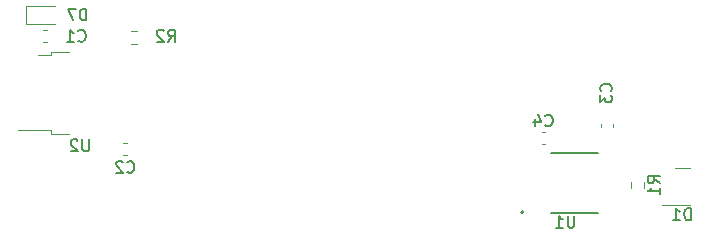
<source format=gbr>
%TF.GenerationSoftware,KiCad,Pcbnew,(6.0.1-0)*%
%TF.CreationDate,2023-01-17T12:48:01-05:00*%
%TF.ProjectId,Front Board,46726f6e-7420-4426-9f61-72642e6b6963,rev?*%
%TF.SameCoordinates,Original*%
%TF.FileFunction,Legend,Bot*%
%TF.FilePolarity,Positive*%
%FSLAX46Y46*%
G04 Gerber Fmt 4.6, Leading zero omitted, Abs format (unit mm)*
G04 Created by KiCad (PCBNEW (6.0.1-0)) date 2023-01-17 12:48:01*
%MOMM*%
%LPD*%
G01*
G04 APERTURE LIST*
%ADD10C,0.150000*%
%ADD11C,0.120000*%
%ADD12C,0.127000*%
%ADD13C,0.200000*%
G04 APERTURE END LIST*
D10*
%TO.C,R1*%
X177382380Y-78263333D02*
X176906190Y-77930000D01*
X177382380Y-77691904D02*
X176382380Y-77691904D01*
X176382380Y-78072857D01*
X176430000Y-78168095D01*
X176477619Y-78215714D01*
X176572857Y-78263333D01*
X176715714Y-78263333D01*
X176810952Y-78215714D01*
X176858571Y-78168095D01*
X176906190Y-78072857D01*
X176906190Y-77691904D01*
X177382380Y-79215714D02*
X177382380Y-78644285D01*
X177382380Y-78930000D02*
X176382380Y-78930000D01*
X176525238Y-78834761D01*
X176620476Y-78739523D01*
X176668095Y-78644285D01*
%TO.C,D7*%
X128838095Y-64482380D02*
X128838095Y-63482380D01*
X128600000Y-63482380D01*
X128457142Y-63530000D01*
X128361904Y-63625238D01*
X128314285Y-63720476D01*
X128266666Y-63910952D01*
X128266666Y-64053809D01*
X128314285Y-64244285D01*
X128361904Y-64339523D01*
X128457142Y-64434761D01*
X128600000Y-64482380D01*
X128838095Y-64482380D01*
X127933333Y-63482380D02*
X127266666Y-63482380D01*
X127695238Y-64482380D01*
%TO.C,C2*%
X132304166Y-77287142D02*
X132351785Y-77334761D01*
X132494642Y-77382380D01*
X132589880Y-77382380D01*
X132732738Y-77334761D01*
X132827976Y-77239523D01*
X132875595Y-77144285D01*
X132923214Y-76953809D01*
X132923214Y-76810952D01*
X132875595Y-76620476D01*
X132827976Y-76525238D01*
X132732738Y-76430000D01*
X132589880Y-76382380D01*
X132494642Y-76382380D01*
X132351785Y-76430000D01*
X132304166Y-76477619D01*
X131923214Y-76477619D02*
X131875595Y-76430000D01*
X131780357Y-76382380D01*
X131542261Y-76382380D01*
X131447023Y-76430000D01*
X131399404Y-76477619D01*
X131351785Y-76572857D01*
X131351785Y-76668095D01*
X131399404Y-76810952D01*
X131970833Y-77382380D01*
X131351785Y-77382380D01*
%TO.C,C1*%
X128166666Y-66187142D02*
X128214285Y-66234761D01*
X128357142Y-66282380D01*
X128452380Y-66282380D01*
X128595238Y-66234761D01*
X128690476Y-66139523D01*
X128738095Y-66044285D01*
X128785714Y-65853809D01*
X128785714Y-65710952D01*
X128738095Y-65520476D01*
X128690476Y-65425238D01*
X128595238Y-65330000D01*
X128452380Y-65282380D01*
X128357142Y-65282380D01*
X128214285Y-65330000D01*
X128166666Y-65377619D01*
X127214285Y-66282380D02*
X127785714Y-66282380D01*
X127500000Y-66282380D02*
X127500000Y-65282380D01*
X127595238Y-65425238D01*
X127690476Y-65520476D01*
X127785714Y-65568095D01*
%TO.C,U1*%
X170166904Y-81014380D02*
X170166904Y-81823904D01*
X170119285Y-81919142D01*
X170071666Y-81966761D01*
X169976428Y-82014380D01*
X169785952Y-82014380D01*
X169690714Y-81966761D01*
X169643095Y-81919142D01*
X169595476Y-81823904D01*
X169595476Y-81014380D01*
X168595476Y-82014380D02*
X169166904Y-82014380D01*
X168881190Y-82014380D02*
X168881190Y-81014380D01*
X168976428Y-81157238D01*
X169071666Y-81252476D01*
X169166904Y-81300095D01*
%TO.C,C4*%
X167704166Y-73357142D02*
X167751785Y-73404761D01*
X167894642Y-73452380D01*
X167989880Y-73452380D01*
X168132738Y-73404761D01*
X168227976Y-73309523D01*
X168275595Y-73214285D01*
X168323214Y-73023809D01*
X168323214Y-72880952D01*
X168275595Y-72690476D01*
X168227976Y-72595238D01*
X168132738Y-72500000D01*
X167989880Y-72452380D01*
X167894642Y-72452380D01*
X167751785Y-72500000D01*
X167704166Y-72547619D01*
X166847023Y-72785714D02*
X166847023Y-73452380D01*
X167085119Y-72404761D02*
X167323214Y-73119047D01*
X166704166Y-73119047D01*
%TO.C,D1*%
X180038095Y-81382380D02*
X180038095Y-80382380D01*
X179800000Y-80382380D01*
X179657142Y-80430000D01*
X179561904Y-80525238D01*
X179514285Y-80620476D01*
X179466666Y-80810952D01*
X179466666Y-80953809D01*
X179514285Y-81144285D01*
X179561904Y-81239523D01*
X179657142Y-81334761D01*
X179800000Y-81382380D01*
X180038095Y-81382380D01*
X178514285Y-81382380D02*
X179085714Y-81382380D01*
X178800000Y-81382380D02*
X178800000Y-80382380D01*
X178895238Y-80525238D01*
X178990476Y-80620476D01*
X179085714Y-80668095D01*
%TO.C,R2*%
X135766666Y-66282380D02*
X136100000Y-65806190D01*
X136338095Y-66282380D02*
X136338095Y-65282380D01*
X135957142Y-65282380D01*
X135861904Y-65330000D01*
X135814285Y-65377619D01*
X135766666Y-65472857D01*
X135766666Y-65615714D01*
X135814285Y-65710952D01*
X135861904Y-65758571D01*
X135957142Y-65806190D01*
X136338095Y-65806190D01*
X135385714Y-65377619D02*
X135338095Y-65330000D01*
X135242857Y-65282380D01*
X135004761Y-65282380D01*
X134909523Y-65330000D01*
X134861904Y-65377619D01*
X134814285Y-65472857D01*
X134814285Y-65568095D01*
X134861904Y-65710952D01*
X135433333Y-66282380D01*
X134814285Y-66282380D01*
%TO.C,C3*%
X173257142Y-70463333D02*
X173304761Y-70415714D01*
X173352380Y-70272857D01*
X173352380Y-70177619D01*
X173304761Y-70034761D01*
X173209523Y-69939523D01*
X173114285Y-69891904D01*
X172923809Y-69844285D01*
X172780952Y-69844285D01*
X172590476Y-69891904D01*
X172495238Y-69939523D01*
X172400000Y-70034761D01*
X172352380Y-70177619D01*
X172352380Y-70272857D01*
X172400000Y-70415714D01*
X172447619Y-70463333D01*
X172352380Y-70796666D02*
X172352380Y-71415714D01*
X172733333Y-71082380D01*
X172733333Y-71225238D01*
X172780952Y-71320476D01*
X172828571Y-71368095D01*
X172923809Y-71415714D01*
X173161904Y-71415714D01*
X173257142Y-71368095D01*
X173304761Y-71320476D01*
X173352380Y-71225238D01*
X173352380Y-70939523D01*
X173304761Y-70844285D01*
X173257142Y-70796666D01*
%TO.C,U2*%
X129086904Y-74557380D02*
X129086904Y-75366904D01*
X129039285Y-75462142D01*
X128991666Y-75509761D01*
X128896428Y-75557380D01*
X128705952Y-75557380D01*
X128610714Y-75509761D01*
X128563095Y-75462142D01*
X128515476Y-75366904D01*
X128515476Y-74557380D01*
X128086904Y-74652619D02*
X128039285Y-74605000D01*
X127944047Y-74557380D01*
X127705952Y-74557380D01*
X127610714Y-74605000D01*
X127563095Y-74652619D01*
X127515476Y-74747857D01*
X127515476Y-74843095D01*
X127563095Y-74985952D01*
X128134523Y-75557380D01*
X127515476Y-75557380D01*
D11*
%TO.C,R1*%
X174977500Y-78684724D02*
X174977500Y-78175276D01*
X176022500Y-78684724D02*
X176022500Y-78175276D01*
%TO.C,D7*%
X126225000Y-64765000D02*
X123765000Y-64765000D01*
X123765000Y-63295000D02*
X126225000Y-63295000D01*
X123765000Y-64765000D02*
X123765000Y-63295000D01*
%TO.C,C2*%
X132283767Y-75840000D02*
X131991233Y-75840000D01*
X132283767Y-74820000D02*
X131991233Y-74820000D01*
%TO.C,C1*%
X125216233Y-65320000D02*
X125508767Y-65320000D01*
X125216233Y-66340000D02*
X125508767Y-66340000D01*
D12*
%TO.C,U1*%
X168200000Y-75710000D02*
X172200000Y-75710000D01*
X168200000Y-80750000D02*
X172200000Y-80750000D01*
D13*
X165855000Y-80725000D02*
G75*
G03*
X165855000Y-80725000I-100000J0D01*
G01*
D11*
%TO.C,C4*%
X167683767Y-73920000D02*
X167391233Y-73920000D01*
X167683767Y-74940000D02*
X167391233Y-74940000D01*
%TO.C,D1*%
X179300000Y-80090000D02*
X179950000Y-80090000D01*
X179300000Y-76970000D02*
X179950000Y-76970000D01*
X179300000Y-80090000D02*
X177625000Y-80090000D01*
X179300000Y-76970000D02*
X178650000Y-76970000D01*
%TO.C,R2*%
X133154724Y-65407500D02*
X132645276Y-65407500D01*
X133154724Y-66452500D02*
X132645276Y-66452500D01*
%TO.C,C3*%
X172390000Y-73513767D02*
X172390000Y-73221233D01*
X173410000Y-73513767D02*
X173410000Y-73221233D01*
%TO.C,U2*%
X125855000Y-67425000D02*
X124755000Y-67425000D01*
X127355000Y-74055000D02*
X125855000Y-74055000D01*
X125855000Y-73785000D02*
X123025000Y-73785000D01*
X125855000Y-74055000D02*
X125855000Y-73785000D01*
X127355000Y-67155000D02*
X125855000Y-67155000D01*
X125855000Y-67155000D02*
X125855000Y-67425000D01*
%TD*%
M02*

</source>
